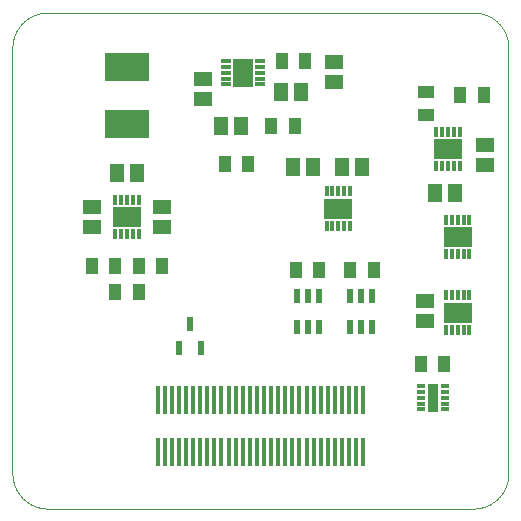
<source format=gtp>
G75*
%MOIN*%
%OFA0B0*%
%FSLAX25Y25*%
%IPPOS*%
%LPD*%
%AMOC8*
5,1,8,0,0,1.08239X$1,22.5*
%
%ADD10C,0.00000*%
%ADD11R,0.05118X0.05906*%
%ADD12R,0.05906X0.05118*%
%ADD13R,0.15000X0.09300*%
%ADD14R,0.04331X0.05512*%
%ADD15R,0.05512X0.04331*%
%ADD16R,0.02200X0.05000*%
%ADD17R,0.01378X0.09646*%
%ADD18R,0.01200X0.03200*%
%ADD19R,0.09400X0.06500*%
%ADD20R,0.03200X0.01200*%
%ADD21R,0.06500X0.09400*%
%ADD22R,0.02600X0.01200*%
%ADD23R,0.03300X0.09400*%
D10*
X0013311Y0001894D02*
X0155043Y0001894D01*
X0155328Y0001897D01*
X0155614Y0001908D01*
X0155899Y0001925D01*
X0156183Y0001949D01*
X0156467Y0001980D01*
X0156750Y0002018D01*
X0157031Y0002063D01*
X0157312Y0002114D01*
X0157592Y0002172D01*
X0157870Y0002237D01*
X0158146Y0002309D01*
X0158420Y0002387D01*
X0158693Y0002472D01*
X0158963Y0002564D01*
X0159231Y0002662D01*
X0159497Y0002766D01*
X0159760Y0002877D01*
X0160020Y0002994D01*
X0160278Y0003117D01*
X0160532Y0003247D01*
X0160783Y0003383D01*
X0161031Y0003524D01*
X0161275Y0003672D01*
X0161516Y0003825D01*
X0161752Y0003985D01*
X0161985Y0004150D01*
X0162214Y0004320D01*
X0162439Y0004496D01*
X0162659Y0004678D01*
X0162875Y0004864D01*
X0163086Y0005056D01*
X0163293Y0005253D01*
X0163495Y0005455D01*
X0163692Y0005662D01*
X0163884Y0005873D01*
X0164070Y0006089D01*
X0164252Y0006309D01*
X0164428Y0006534D01*
X0164598Y0006763D01*
X0164763Y0006996D01*
X0164923Y0007232D01*
X0165076Y0007473D01*
X0165224Y0007717D01*
X0165365Y0007965D01*
X0165501Y0008216D01*
X0165631Y0008470D01*
X0165754Y0008728D01*
X0165871Y0008988D01*
X0165982Y0009251D01*
X0166086Y0009517D01*
X0166184Y0009785D01*
X0166276Y0010055D01*
X0166361Y0010328D01*
X0166439Y0010602D01*
X0166511Y0010878D01*
X0166576Y0011156D01*
X0166634Y0011436D01*
X0166685Y0011717D01*
X0166730Y0011998D01*
X0166768Y0012281D01*
X0166799Y0012565D01*
X0166823Y0012849D01*
X0166840Y0013134D01*
X0166851Y0013420D01*
X0166854Y0013705D01*
X0166854Y0155437D01*
X0166851Y0155722D01*
X0166840Y0156008D01*
X0166823Y0156293D01*
X0166799Y0156577D01*
X0166768Y0156861D01*
X0166730Y0157144D01*
X0166685Y0157425D01*
X0166634Y0157706D01*
X0166576Y0157986D01*
X0166511Y0158264D01*
X0166439Y0158540D01*
X0166361Y0158814D01*
X0166276Y0159087D01*
X0166184Y0159357D01*
X0166086Y0159625D01*
X0165982Y0159891D01*
X0165871Y0160154D01*
X0165754Y0160414D01*
X0165631Y0160672D01*
X0165501Y0160926D01*
X0165365Y0161177D01*
X0165224Y0161425D01*
X0165076Y0161669D01*
X0164923Y0161910D01*
X0164763Y0162146D01*
X0164598Y0162379D01*
X0164428Y0162608D01*
X0164252Y0162833D01*
X0164070Y0163053D01*
X0163884Y0163269D01*
X0163692Y0163480D01*
X0163495Y0163687D01*
X0163293Y0163889D01*
X0163086Y0164086D01*
X0162875Y0164278D01*
X0162659Y0164464D01*
X0162439Y0164646D01*
X0162214Y0164822D01*
X0161985Y0164992D01*
X0161752Y0165157D01*
X0161516Y0165317D01*
X0161275Y0165470D01*
X0161031Y0165618D01*
X0160783Y0165759D01*
X0160532Y0165895D01*
X0160278Y0166025D01*
X0160020Y0166148D01*
X0159760Y0166265D01*
X0159497Y0166376D01*
X0159231Y0166480D01*
X0158963Y0166578D01*
X0158693Y0166670D01*
X0158420Y0166755D01*
X0158146Y0166833D01*
X0157870Y0166905D01*
X0157592Y0166970D01*
X0157312Y0167028D01*
X0157031Y0167079D01*
X0156750Y0167124D01*
X0156467Y0167162D01*
X0156183Y0167193D01*
X0155899Y0167217D01*
X0155614Y0167234D01*
X0155328Y0167245D01*
X0155043Y0167248D01*
X0013311Y0167248D01*
X0013026Y0167245D01*
X0012740Y0167234D01*
X0012455Y0167217D01*
X0012171Y0167193D01*
X0011887Y0167162D01*
X0011604Y0167124D01*
X0011323Y0167079D01*
X0011042Y0167028D01*
X0010762Y0166970D01*
X0010484Y0166905D01*
X0010208Y0166833D01*
X0009934Y0166755D01*
X0009661Y0166670D01*
X0009391Y0166578D01*
X0009123Y0166480D01*
X0008857Y0166376D01*
X0008594Y0166265D01*
X0008334Y0166148D01*
X0008076Y0166025D01*
X0007822Y0165895D01*
X0007571Y0165759D01*
X0007323Y0165618D01*
X0007079Y0165470D01*
X0006838Y0165317D01*
X0006602Y0165157D01*
X0006369Y0164992D01*
X0006140Y0164822D01*
X0005915Y0164646D01*
X0005695Y0164464D01*
X0005479Y0164278D01*
X0005268Y0164086D01*
X0005061Y0163889D01*
X0004859Y0163687D01*
X0004662Y0163480D01*
X0004470Y0163269D01*
X0004284Y0163053D01*
X0004102Y0162833D01*
X0003926Y0162608D01*
X0003756Y0162379D01*
X0003591Y0162146D01*
X0003431Y0161910D01*
X0003278Y0161669D01*
X0003130Y0161425D01*
X0002989Y0161177D01*
X0002853Y0160926D01*
X0002723Y0160672D01*
X0002600Y0160414D01*
X0002483Y0160154D01*
X0002372Y0159891D01*
X0002268Y0159625D01*
X0002170Y0159357D01*
X0002078Y0159087D01*
X0001993Y0158814D01*
X0001915Y0158540D01*
X0001843Y0158264D01*
X0001778Y0157986D01*
X0001720Y0157706D01*
X0001669Y0157425D01*
X0001624Y0157144D01*
X0001586Y0156861D01*
X0001555Y0156577D01*
X0001531Y0156293D01*
X0001514Y0156008D01*
X0001503Y0155722D01*
X0001500Y0155437D01*
X0001500Y0013705D01*
X0001503Y0013420D01*
X0001514Y0013134D01*
X0001531Y0012849D01*
X0001555Y0012565D01*
X0001586Y0012281D01*
X0001624Y0011998D01*
X0001669Y0011717D01*
X0001720Y0011436D01*
X0001778Y0011156D01*
X0001843Y0010878D01*
X0001915Y0010602D01*
X0001993Y0010328D01*
X0002078Y0010055D01*
X0002170Y0009785D01*
X0002268Y0009517D01*
X0002372Y0009251D01*
X0002483Y0008988D01*
X0002600Y0008728D01*
X0002723Y0008470D01*
X0002853Y0008216D01*
X0002989Y0007965D01*
X0003130Y0007717D01*
X0003278Y0007473D01*
X0003431Y0007232D01*
X0003591Y0006996D01*
X0003756Y0006763D01*
X0003926Y0006534D01*
X0004102Y0006309D01*
X0004284Y0006089D01*
X0004470Y0005873D01*
X0004662Y0005662D01*
X0004859Y0005455D01*
X0005061Y0005253D01*
X0005268Y0005056D01*
X0005479Y0004864D01*
X0005695Y0004678D01*
X0005915Y0004496D01*
X0006140Y0004320D01*
X0006369Y0004150D01*
X0006602Y0003985D01*
X0006838Y0003825D01*
X0007079Y0003672D01*
X0007323Y0003524D01*
X0007571Y0003383D01*
X0007822Y0003247D01*
X0008076Y0003117D01*
X0008334Y0002994D01*
X0008594Y0002877D01*
X0008857Y0002766D01*
X0009123Y0002662D01*
X0009391Y0002564D01*
X0009661Y0002472D01*
X0009934Y0002387D01*
X0010208Y0002309D01*
X0010484Y0002237D01*
X0010762Y0002172D01*
X0011042Y0002114D01*
X0011323Y0002063D01*
X0011604Y0002018D01*
X0011887Y0001980D01*
X0012171Y0001949D01*
X0012455Y0001925D01*
X0012740Y0001908D01*
X0013026Y0001897D01*
X0013311Y0001894D01*
D11*
X0036343Y0113705D03*
X0043035Y0113705D03*
X0070988Y0129453D03*
X0077681Y0129453D03*
X0091067Y0140870D03*
X0097760Y0140870D03*
X0095043Y0115713D03*
X0101736Y0115713D03*
X0111500Y0115673D03*
X0118193Y0115673D03*
X0142248Y0107012D03*
X0148941Y0107012D03*
D12*
X0159177Y0116264D03*
X0159177Y0122957D03*
X0108587Y0144217D03*
X0108587Y0150909D03*
X0064886Y0145004D03*
X0064886Y0138311D03*
X0051500Y0102484D03*
X0051500Y0095791D03*
X0027878Y0095791D03*
X0027878Y0102484D03*
X0138902Y0070988D03*
X0138902Y0064295D03*
D13*
X0039689Y0130189D03*
X0039689Y0149189D03*
D14*
X0072248Y0116894D03*
X0080122Y0116894D03*
X0087720Y0129453D03*
X0095594Y0129453D03*
X0099138Y0151106D03*
X0091264Y0151106D03*
X0150713Y0139689D03*
X0158587Y0139689D03*
X0121972Y0081421D03*
X0114098Y0081421D03*
X0103862Y0081421D03*
X0095988Y0081421D03*
X0137642Y0049965D03*
X0145516Y0049965D03*
X0051500Y0082602D03*
X0043626Y0082602D03*
X0035752Y0082602D03*
X0027878Y0082602D03*
X0035752Y0073941D03*
X0043626Y0073941D03*
D15*
X0139295Y0132996D03*
X0139295Y0140870D03*
D16*
X0121342Y0072742D03*
X0117642Y0072742D03*
X0113942Y0072742D03*
X0113942Y0062542D03*
X0117642Y0062542D03*
X0121342Y0062542D03*
X0103625Y0062542D03*
X0099925Y0062542D03*
X0096225Y0062542D03*
X0096225Y0072742D03*
X0099925Y0072742D03*
X0103625Y0072742D03*
X0064491Y0055274D03*
X0057091Y0055274D03*
X0060791Y0063474D03*
D17*
X0061736Y0038213D03*
X0059374Y0038213D03*
X0057012Y0038213D03*
X0054650Y0038213D03*
X0052287Y0038213D03*
X0049925Y0038213D03*
X0064098Y0038213D03*
X0066461Y0038213D03*
X0068823Y0038213D03*
X0071185Y0038213D03*
X0073547Y0038213D03*
X0075909Y0038213D03*
X0078272Y0038213D03*
X0080634Y0038213D03*
X0082996Y0038213D03*
X0085358Y0038213D03*
X0087720Y0038213D03*
X0090083Y0038213D03*
X0092445Y0038213D03*
X0094807Y0038213D03*
X0097169Y0038213D03*
X0099531Y0038213D03*
X0101894Y0038213D03*
X0104256Y0038213D03*
X0106618Y0038213D03*
X0108980Y0038213D03*
X0111343Y0038213D03*
X0113705Y0038213D03*
X0116067Y0038213D03*
X0118429Y0038213D03*
X0118429Y0020693D03*
X0116067Y0020693D03*
X0113705Y0020693D03*
X0111343Y0020693D03*
X0108980Y0020693D03*
X0106618Y0020693D03*
X0104256Y0020693D03*
X0101894Y0020693D03*
X0099531Y0020693D03*
X0097169Y0020693D03*
X0094807Y0020693D03*
X0092445Y0020693D03*
X0090083Y0020693D03*
X0087720Y0020693D03*
X0085358Y0020693D03*
X0082996Y0020693D03*
X0080634Y0020693D03*
X0078272Y0020693D03*
X0075909Y0020693D03*
X0073547Y0020693D03*
X0071185Y0020693D03*
X0068823Y0020693D03*
X0066461Y0020693D03*
X0064098Y0020693D03*
X0061736Y0020693D03*
X0059374Y0020693D03*
X0057012Y0020693D03*
X0054650Y0020693D03*
X0052287Y0020693D03*
X0049925Y0020693D03*
D18*
X0043589Y0093438D03*
X0041689Y0093438D03*
X0039689Y0093438D03*
X0037689Y0093438D03*
X0035789Y0093438D03*
X0035789Y0104838D03*
X0037689Y0104838D03*
X0039689Y0104838D03*
X0041689Y0104838D03*
X0043589Y0104838D03*
X0106261Y0107694D03*
X0108161Y0107694D03*
X0110161Y0107694D03*
X0112161Y0107694D03*
X0114061Y0107694D03*
X0114061Y0096094D03*
X0112161Y0096094D03*
X0110161Y0096094D03*
X0108161Y0096094D03*
X0106261Y0096094D03*
X0142836Y0115957D03*
X0144736Y0115957D03*
X0146736Y0115957D03*
X0148736Y0115957D03*
X0150636Y0115957D03*
X0150636Y0127357D03*
X0148736Y0127357D03*
X0146736Y0127357D03*
X0144736Y0127357D03*
X0142836Y0127357D03*
X0146025Y0098145D03*
X0147925Y0098145D03*
X0149925Y0098145D03*
X0151925Y0098145D03*
X0153825Y0098145D03*
X0153825Y0086745D03*
X0151925Y0086745D03*
X0149925Y0086745D03*
X0147925Y0086745D03*
X0146025Y0086745D03*
X0146025Y0072948D03*
X0147925Y0072948D03*
X0149925Y0072948D03*
X0151925Y0072948D03*
X0153825Y0072948D03*
X0153825Y0061548D03*
X0151925Y0061548D03*
X0149925Y0061548D03*
X0147925Y0061548D03*
X0146025Y0061548D03*
D19*
X0149925Y0067248D03*
X0149925Y0092445D03*
X0146736Y0121657D03*
X0110161Y0101894D03*
X0039689Y0099138D03*
D20*
X0072572Y0143269D03*
X0072572Y0145169D03*
X0072572Y0147169D03*
X0072572Y0149169D03*
X0072572Y0151069D03*
X0083972Y0151069D03*
X0083972Y0149169D03*
X0083972Y0147169D03*
X0083972Y0145169D03*
X0083972Y0143269D03*
D21*
X0078272Y0147169D03*
D22*
X0137657Y0042802D03*
X0137657Y0040902D03*
X0137657Y0038902D03*
X0137657Y0036902D03*
X0137657Y0035002D03*
X0145657Y0035002D03*
X0145657Y0036902D03*
X0145657Y0038902D03*
X0145657Y0040902D03*
X0145657Y0042802D03*
D23*
X0141657Y0038902D03*
M02*

</source>
